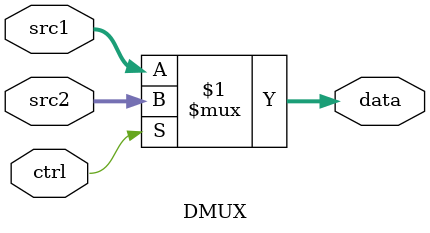
<source format=v>
module DMUX(
    // Outputs
    output [31:0] data,
    // Inputs
    input [31:0] src1,
    input [31:0] src2,
    input ctrl
);

    assign data = ctrl ? src2 : src1;

endmodule
</source>
